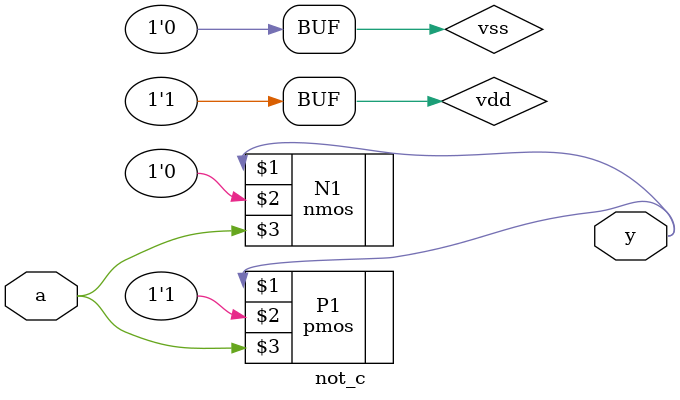
<source format=v>
module not_c(a,y);

	input a;
	output y;
	supply1 vdd;
	supply0 vss;

	pmos P1(y,vdd,a);
	nmos N1(y,vss,a);
endmodule


</source>
